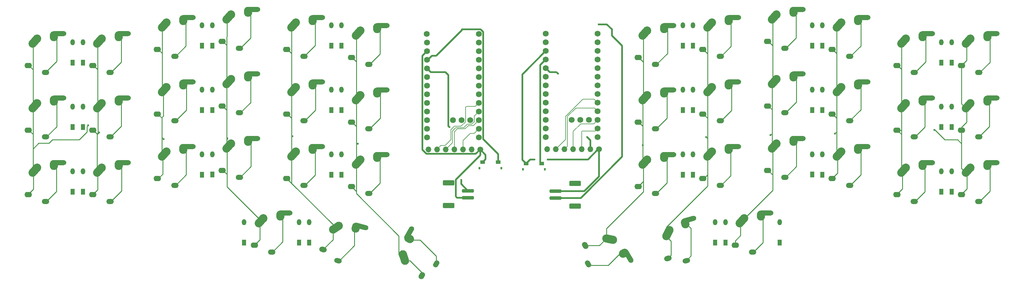
<source format=gbr>
%TF.GenerationSoftware,KiCad,Pcbnew,8.0.3*%
%TF.CreationDate,2024-08-02T01:30:14+01:00*%
%TF.ProjectId,corne-light-ice-trackball,636f726e-652d-46c6-9967-68742d696365,1.0*%
%TF.SameCoordinates,Original*%
%TF.FileFunction,Copper,L1,Top*%
%TF.FilePolarity,Positive*%
%FSLAX46Y46*%
G04 Gerber Fmt 4.6, Leading zero omitted, Abs format (unit mm)*
G04 Created by KiCad (PCBNEW 8.0.3) date 2024-08-02 01:30:14*
%MOMM*%
%LPD*%
G01*
G04 APERTURE LIST*
G04 Aperture macros list*
%AMRoundRect*
0 Rectangle with rounded corners*
0 $1 Rounding radius*
0 $2 $3 $4 $5 $6 $7 $8 $9 X,Y pos of 4 corners*
0 Add a 4 corners polygon primitive as box body*
4,1,4,$2,$3,$4,$5,$6,$7,$8,$9,$2,$3,0*
0 Add four circle primitives for the rounded corners*
1,1,$1+$1,$2,$3*
1,1,$1+$1,$4,$5*
1,1,$1+$1,$6,$7*
1,1,$1+$1,$8,$9*
0 Add four rect primitives between the rounded corners*
20,1,$1+$1,$2,$3,$4,$5,0*
20,1,$1+$1,$4,$5,$6,$7,0*
20,1,$1+$1,$6,$7,$8,$9,0*
20,1,$1+$1,$8,$9,$2,$3,0*%
%AMHorizOval*
0 Thick line with rounded ends*
0 $1 width*
0 $2 $3 position (X,Y) of the first rounded end (center of the circle)*
0 $4 $5 position (X,Y) of the second rounded end (center of the circle)*
0 Add line between two ends*
20,1,$1,$2,$3,$4,$5,0*
0 Add two circle primitives to create the rounded ends*
1,1,$1,$2,$3*
1,1,$1,$4,$5*%
G04 Aperture macros list end*
%TA.AperFunction,ComponentPad*%
%ADD10O,2.200000X1.600000*%
%TD*%
%TA.AperFunction,ComponentPad*%
%ADD11HorizOval,2.400000X-0.669131X-0.743145X0.669131X0.743145X0*%
%TD*%
%TA.AperFunction,ComponentPad*%
%ADD12C,2.400000*%
%TD*%
%TA.AperFunction,ComponentPad*%
%ADD13O,2.200000X1.500000*%
%TD*%
%TA.AperFunction,ComponentPad*%
%ADD14O,2.400000X2.950000*%
%TD*%
%TA.AperFunction,ComponentPad*%
%ADD15HorizOval,1.500000X1.449945X0.012653X-1.449945X-0.012653X0*%
%TD*%
%TA.AperFunction,ComponentPad*%
%ADD16HorizOval,1.600000X0.289778X0.077646X-0.289778X-0.077646X0*%
%TD*%
%TA.AperFunction,ComponentPad*%
%ADD17HorizOval,2.400000X-0.453990X-0.891007X0.453990X0.891007X0*%
%TD*%
%TA.AperFunction,ComponentPad*%
%ADD18HorizOval,1.500000X0.338074X0.090587X-0.338074X-0.090587X0*%
%TD*%
%TA.AperFunction,ComponentPad*%
%ADD19HorizOval,2.400000X-0.071175X0.265630X0.071175X-0.265630X0*%
%TD*%
%TA.AperFunction,ComponentPad*%
%ADD20HorizOval,1.500000X1.397264X0.387496X-1.397264X-0.387496X0*%
%TD*%
%TA.AperFunction,ComponentPad*%
%ADD21HorizOval,1.600000X0.150000X0.259808X-0.150000X-0.259808X0*%
%TD*%
%TA.AperFunction,ComponentPad*%
%ADD22HorizOval,2.400000X-0.309017X0.951057X0.309017X-0.951057X0*%
%TD*%
%TA.AperFunction,ComponentPad*%
%ADD23HorizOval,1.500000X0.175000X0.303109X-0.175000X-0.303109X0*%
%TD*%
%TA.AperFunction,ComponentPad*%
%ADD24HorizOval,2.400000X-0.238157X0.137500X0.238157X-0.137500X0*%
%TD*%
%TA.AperFunction,ComponentPad*%
%ADD25HorizOval,1.500000X0.714014X1.262016X-0.714014X-1.262016X0*%
%TD*%
%TA.AperFunction,ComponentPad*%
%ADD26HorizOval,1.600000X0.289778X-0.077646X-0.289778X0.077646X0*%
%TD*%
%TA.AperFunction,ComponentPad*%
%ADD27HorizOval,2.400000X-0.838671X-0.544639X0.838671X0.544639X0*%
%TD*%
%TA.AperFunction,ComponentPad*%
%ADD28HorizOval,1.500000X0.338074X-0.090587X-0.338074X0.090587X0*%
%TD*%
%TA.AperFunction,ComponentPad*%
%ADD29HorizOval,2.400000X-0.071175X-0.265630X0.071175X0.265630X0*%
%TD*%
%TA.AperFunction,ComponentPad*%
%ADD30HorizOval,1.500000X1.403814X-0.363051X-1.403814X0.363051X0*%
%TD*%
%TA.AperFunction,ComponentPad*%
%ADD31HorizOval,1.600000X0.150000X-0.259808X-0.150000X0.259808X0*%
%TD*%
%TA.AperFunction,ComponentPad*%
%ADD32HorizOval,2.400000X-0.978148X0.207912X0.978148X-0.207912X0*%
%TD*%
%TA.AperFunction,ComponentPad*%
%ADD33HorizOval,1.500000X0.175000X-0.303109X-0.175000X0.303109X0*%
%TD*%
%TA.AperFunction,ComponentPad*%
%ADD34HorizOval,2.400000X-0.238157X-0.137500X0.238157X0.137500X0*%
%TD*%
%TA.AperFunction,ComponentPad*%
%ADD35HorizOval,1.500000X0.735931X-1.249362X-0.735931X1.249362X0*%
%TD*%
%TA.AperFunction,ComponentPad*%
%ADD36C,1.700000*%
%TD*%
%TA.AperFunction,ComponentPad*%
%ADD37O,1.700000X1.700000*%
%TD*%
%TA.AperFunction,SMDPad,CuDef*%
%ADD38RoundRect,0.250000X-1.500000X0.250000X-1.500000X-0.250000X1.500000X-0.250000X1.500000X0.250000X0*%
%TD*%
%TA.AperFunction,SMDPad,CuDef*%
%ADD39RoundRect,0.250001X-1.449999X0.499999X-1.449999X-0.499999X1.449999X-0.499999X1.449999X0.499999X0*%
%TD*%
%TA.AperFunction,SMDPad,CuDef*%
%ADD40R,0.600000X0.800000*%
%TD*%
%TA.AperFunction,SMDPad,CuDef*%
%ADD41R,1.450000X1.050000*%
%TD*%
%TA.AperFunction,SMDPad,CuDef*%
%ADD42RoundRect,0.250000X1.500000X-0.250000X1.500000X0.250000X-1.500000X0.250000X-1.500000X-0.250000X0*%
%TD*%
%TA.AperFunction,SMDPad,CuDef*%
%ADD43RoundRect,0.250001X1.449999X-0.499999X1.449999X0.499999X-1.449999X0.499999X-1.449999X-0.499999X0*%
%TD*%
%TA.AperFunction,ComponentPad*%
%ADD44R,1.300000X1.778000*%
%TD*%
%TA.AperFunction,ComponentPad*%
%ADD45O,1.300000X1.778000*%
%TD*%
%TA.AperFunction,ComponentPad*%
%ADD46C,1.752600*%
%TD*%
%TA.AperFunction,ViaPad*%
%ADD47C,0.600000*%
%TD*%
%TA.AperFunction,Conductor*%
%ADD48C,0.250000*%
%TD*%
%TA.AperFunction,Conductor*%
%ADD49C,0.508000*%
%TD*%
%TA.AperFunction,Conductor*%
%ADD50C,0.203200*%
%TD*%
%TA.AperFunction,Conductor*%
%ADD51C,0.254000*%
%TD*%
%TA.AperFunction,Conductor*%
%ADD52C,0.500000*%
%TD*%
G04 APERTURE END LIST*
D10*
%TO.P,SW22,1*%
%TO.N,col0_r*%
X216523000Y41865068D03*
D11*
X218492131Y49058213D03*
D12*
X219123000Y49765068D03*
D13*
%TO.P,SW22,2*%
%TO.N,Net-(D22-Pad2)*%
X221623000Y39865068D03*
D14*
X224123000Y50565068D03*
D15*
X225523042Y51305469D03*
%TD*%
D10*
%TO.P,SW23,1*%
%TO.N,col1_r*%
X197523000Y41865068D03*
D11*
X199492131Y49058213D03*
D12*
X200123000Y49765068D03*
D13*
%TO.P,SW23,2*%
%TO.N,Net-(D23-Pad2)*%
X202623000Y39865068D03*
D14*
X205123000Y50565068D03*
D15*
X206523042Y51305469D03*
%TD*%
D10*
%TO.P,SW24,1*%
%TO.N,col2_r*%
X178523000Y46615068D03*
D11*
X180492131Y53808213D03*
D12*
X181123000Y54515068D03*
D13*
%TO.P,SW24,2*%
%TO.N,Net-(D24-Pad2)*%
X183623000Y44615068D03*
D14*
X186123000Y55315068D03*
D15*
X187523042Y56055469D03*
%TD*%
D10*
%TO.P,SW25,1*%
%TO.N,col3_r*%
X159523000Y48990068D03*
D11*
X161492131Y56183213D03*
D12*
X162123000Y56890068D03*
D13*
%TO.P,SW25,2*%
%TO.N,Net-(D25-Pad2)*%
X164623000Y46990068D03*
D14*
X167123000Y57690068D03*
D15*
X168523042Y58430469D03*
%TD*%
D10*
%TO.P,SW26,1*%
%TO.N,col4_r*%
X140523000Y46615068D03*
D11*
X142492131Y53808213D03*
D12*
X143123000Y54515068D03*
D13*
%TO.P,SW26,2*%
%TO.N,Net-(D26-Pad2)*%
X145623000Y44615068D03*
D14*
X148123000Y55315068D03*
D15*
X149523042Y56055469D03*
%TD*%
D10*
%TO.P,SW27,1*%
%TO.N,col5_r*%
X121523000Y44240068D03*
D11*
X123492131Y51433213D03*
D12*
X124123000Y52140068D03*
D13*
%TO.P,SW27,2*%
%TO.N,Net-(D27-Pad2)*%
X126623000Y42240068D03*
D14*
X129123000Y52940068D03*
D15*
X130523042Y53680469D03*
%TD*%
D10*
%TO.P,SW28,1*%
%TO.N,col0_r*%
X216523000Y22865068D03*
D11*
X218492131Y30058213D03*
D12*
X219123000Y30765068D03*
D13*
%TO.P,SW28,2*%
%TO.N,Net-(D28-Pad2)*%
X221623000Y20865068D03*
D14*
X224123000Y31565068D03*
D15*
X225523042Y32305469D03*
%TD*%
D10*
%TO.P,SW29,1*%
%TO.N,col1_r*%
X197523000Y22865068D03*
D11*
X199492131Y30058213D03*
D12*
X200123000Y30765068D03*
D13*
%TO.P,SW29,2*%
%TO.N,Net-(D29-Pad2)*%
X202623000Y20865068D03*
D14*
X205123000Y31565068D03*
D15*
X206523042Y32305469D03*
%TD*%
D10*
%TO.P,SW30,1*%
%TO.N,col2_r*%
X178523000Y27615068D03*
D11*
X180492131Y34808213D03*
D12*
X181123000Y35515068D03*
D13*
%TO.P,SW30,2*%
%TO.N,Net-(D30-Pad2)*%
X183623000Y25615068D03*
D14*
X186123000Y36315068D03*
D15*
X187523042Y37055469D03*
%TD*%
D10*
%TO.P,SW31,1*%
%TO.N,col3_r*%
X159523000Y29990068D03*
D11*
X161492131Y37183213D03*
D12*
X162123000Y37890068D03*
D13*
%TO.P,SW31,2*%
%TO.N,Net-(D31-Pad2)*%
X164623000Y27990068D03*
D14*
X167123000Y38690068D03*
D15*
X168523042Y39430469D03*
%TD*%
D10*
%TO.P,SW32,1*%
%TO.N,col4_r*%
X140523000Y27615068D03*
D11*
X142492131Y34808213D03*
D12*
X143123000Y35515068D03*
D13*
%TO.P,SW32,2*%
%TO.N,Net-(D32-Pad2)*%
X145623000Y25615068D03*
D14*
X148123000Y36315068D03*
D15*
X149523042Y37055469D03*
%TD*%
D10*
%TO.P,SW33,1*%
%TO.N,col5_r*%
X121523000Y25240068D03*
D11*
X123492131Y32433213D03*
D12*
X124123000Y33140068D03*
D13*
%TO.P,SW33,2*%
%TO.N,Net-(D33-Pad2)*%
X126623000Y23240068D03*
D14*
X129123000Y33940068D03*
D15*
X130523042Y34680469D03*
%TD*%
D10*
%TO.P,SW34,1*%
%TO.N,col0_r*%
X216523000Y3865068D03*
D11*
X218492131Y11058213D03*
D12*
X219123000Y11765068D03*
D13*
%TO.P,SW34,2*%
%TO.N,Net-(D34-Pad2)*%
X221623000Y1865068D03*
D14*
X224123000Y12565068D03*
D15*
X225523042Y13305469D03*
%TD*%
D10*
%TO.P,SW35,1*%
%TO.N,col1_r*%
X197523000Y3865068D03*
D11*
X199492131Y11058213D03*
D12*
X200123000Y11765068D03*
D13*
%TO.P,SW35,2*%
%TO.N,Net-(D35-Pad2)*%
X202623000Y1865068D03*
D14*
X205123000Y12565068D03*
D15*
X206523042Y13305469D03*
%TD*%
D10*
%TO.P,SW36,1*%
%TO.N,col2_r*%
X178523000Y8615068D03*
D11*
X180492131Y15808213D03*
D12*
X181123000Y16515068D03*
D13*
%TO.P,SW36,2*%
%TO.N,Net-(D36-Pad2)*%
X183623000Y6615068D03*
D14*
X186123000Y17315068D03*
D15*
X187523042Y18055469D03*
%TD*%
D10*
%TO.P,SW37,1*%
%TO.N,col3_r*%
X159523000Y10990068D03*
D11*
X161492131Y18183213D03*
D12*
X162123000Y18890068D03*
D13*
%TO.P,SW37,2*%
%TO.N,Net-(D37-Pad2)*%
X164623000Y8990068D03*
D14*
X167123000Y19690068D03*
D15*
X168523042Y20430469D03*
%TD*%
D10*
%TO.P,SW38,1*%
%TO.N,col4_r*%
X140523000Y8615068D03*
D11*
X142492131Y15808213D03*
D12*
X143123000Y16515068D03*
D13*
%TO.P,SW38,2*%
%TO.N,Net-(D38-Pad2)*%
X145623000Y6615068D03*
D14*
X148123000Y17315068D03*
D15*
X149523042Y18055469D03*
%TD*%
D10*
%TO.P,SW40,1*%
%TO.N,col3_r*%
X150023000Y-11009932D03*
D11*
X151992131Y-3816787D03*
D12*
X152623000Y-3109932D03*
D13*
%TO.P,SW40,2*%
%TO.N,Net-(D40-Pad2)*%
X155123000Y-13009932D03*
D14*
X157623000Y-2309932D03*
D15*
X159023042Y-1569531D03*
%TD*%
D16*
%TO.P,SW41,1*%
%TO.N,col4_r*%
X130206173Y-14947020D03*
D17*
X130246483Y-7489327D03*
D12*
X130672909Y-6643276D03*
D18*
%TO.P,SW41,2*%
%TO.N,Net-(D41-Pad2)*%
X135650032Y-15558894D03*
D19*
X135295483Y-4576440D03*
D20*
X136456190Y-3498909D03*
%TD*%
D10*
%TO.P,SW39,1*%
%TO.N,col5_r*%
X121523000Y6240068D03*
D11*
X123492131Y13433213D03*
D12*
X124123000Y14140068D03*
D13*
%TO.P,SW39,2*%
%TO.N,Net-(D39-Pad2)*%
X126623000Y4240068D03*
D14*
X129123000Y14940068D03*
D15*
X130523042Y15680469D03*
%TD*%
D10*
%TO.P,SW6,1*%
%TO.N,col5*%
X37248000Y44240500D03*
D11*
X39217131Y51433645D03*
D12*
X39848000Y52140500D03*
D13*
%TO.P,SW6,2*%
%TO.N,Net-(D6-Pad2)*%
X42348000Y42240500D03*
D14*
X44848000Y52940500D03*
D15*
X46248042Y53680901D03*
%TD*%
D10*
%TO.P,SW5,1*%
%TO.N,col4*%
X18248000Y46615500D03*
D11*
X20217131Y53808645D03*
D12*
X20848000Y54515500D03*
D13*
%TO.P,SW5,2*%
%TO.N,Net-(D5-Pad2)*%
X23348000Y44615500D03*
D14*
X25848000Y55315500D03*
D15*
X27248042Y56055901D03*
%TD*%
D10*
%TO.P,SW4,1*%
%TO.N,col3*%
X-752000Y48990500D03*
D11*
X1217131Y56183645D03*
D12*
X1848000Y56890500D03*
D13*
%TO.P,SW4,2*%
%TO.N,Net-(D4-Pad2)*%
X4348000Y46990500D03*
D14*
X6848000Y57690500D03*
D15*
X8248042Y58430901D03*
%TD*%
D10*
%TO.P,SW3,1*%
%TO.N,col2*%
X-19752000Y46615500D03*
D11*
X-17782869Y53808645D03*
D12*
X-17152000Y54515500D03*
D13*
%TO.P,SW3,2*%
%TO.N,Net-(D3-Pad2)*%
X-14652000Y44615500D03*
D14*
X-12152000Y55315500D03*
D15*
X-10751958Y56055901D03*
%TD*%
D10*
%TO.P,SW2,1*%
%TO.N,col1*%
X-38752000Y41865500D03*
D11*
X-36782869Y49058645D03*
D12*
X-36152000Y49765500D03*
D13*
%TO.P,SW2,2*%
%TO.N,Net-(D2-Pad2)*%
X-33652000Y39865500D03*
D14*
X-31152000Y50565500D03*
D15*
X-29751958Y51305901D03*
%TD*%
D10*
%TO.P,SW18,1*%
%TO.N,col5*%
X37248000Y6240500D03*
D11*
X39217131Y13433645D03*
D12*
X39848000Y14140500D03*
D13*
%TO.P,SW18,2*%
%TO.N,Net-(D18-Pad2)*%
X42348000Y4240500D03*
D14*
X44848000Y14940500D03*
D15*
X46248042Y15680901D03*
%TD*%
D21*
%TO.P,SW21,1*%
%TO.N,col5*%
X57925499Y-19976230D03*
D22*
X52680618Y-14674340D03*
D12*
X52383898Y-13774564D03*
D23*
%TO.P,SW21,2*%
%TO.N,Net-(D21-Pad2)*%
X62207550Y-16559500D03*
D24*
X54191078Y-9044436D03*
D25*
X54249893Y-7461764D03*
%TD*%
D10*
%TO.P,SW13,1*%
%TO.N,col0*%
X-57752000Y3865500D03*
D11*
X-55782869Y11058645D03*
D12*
X-55152000Y11765500D03*
D13*
%TO.P,SW13,2*%
%TO.N,Net-(D13-Pad2)*%
X-52652000Y1865500D03*
D14*
X-50152000Y12565500D03*
D15*
X-48751958Y13305901D03*
%TD*%
D26*
%TO.P,SW20,1*%
%TO.N,col4*%
X28912384Y-12306634D03*
D27*
X32676141Y-5868238D03*
D12*
X33468462Y-5348749D03*
D28*
%TO.P,SW20,2*%
%TO.N,Net-(D20-Pad2)*%
X33320968Y-15558462D03*
D29*
X38505146Y-5870104D03*
D30*
X40049113Y-5517289D03*
%TD*%
D10*
%TO.P,SW19,1*%
%TO.N,col3*%
X8748000Y-11009500D03*
D11*
X10717131Y-3816355D03*
D12*
X11348000Y-3109500D03*
D13*
%TO.P,SW19,2*%
%TO.N,Net-(D19-Pad2)*%
X13848000Y-13009500D03*
D14*
X16348000Y-2309500D03*
D15*
X17748042Y-1569099D03*
%TD*%
D10*
%TO.P,SW17,1*%
%TO.N,col4*%
X18248000Y8615500D03*
D11*
X20217131Y15808645D03*
D12*
X20848000Y16515500D03*
D13*
%TO.P,SW17,2*%
%TO.N,Net-(D17-Pad2)*%
X23348000Y6615500D03*
D14*
X25848000Y17315500D03*
D15*
X27248042Y18055901D03*
%TD*%
D10*
%TO.P,SW16,1*%
%TO.N,col3*%
X-752000Y10990500D03*
D11*
X1217131Y18183645D03*
D12*
X1848000Y18890500D03*
D13*
%TO.P,SW16,2*%
%TO.N,Net-(D16-Pad2)*%
X4348000Y8990500D03*
D14*
X6848000Y19690500D03*
D15*
X8248042Y20430901D03*
%TD*%
D10*
%TO.P,SW15,1*%
%TO.N,col2*%
X-19752000Y8615500D03*
D11*
X-17782869Y15808645D03*
D12*
X-17152000Y16515500D03*
D13*
%TO.P,SW15,2*%
%TO.N,Net-(D15-Pad2)*%
X-14652000Y6615500D03*
D14*
X-12152000Y17315500D03*
D15*
X-10751958Y18055901D03*
%TD*%
D10*
%TO.P,SW14,1*%
%TO.N,col1*%
X-38752000Y3865500D03*
D11*
X-36782869Y11058645D03*
D12*
X-36152000Y11765500D03*
D13*
%TO.P,SW14,2*%
%TO.N,Net-(D14-Pad2)*%
X-33652000Y1865500D03*
D14*
X-31152000Y12565500D03*
D15*
X-29751958Y13305901D03*
%TD*%
D10*
%TO.P,SW12,1*%
%TO.N,col5*%
X37248000Y25240500D03*
D11*
X39217131Y32433645D03*
D12*
X39848000Y33140500D03*
D13*
%TO.P,SW12,2*%
%TO.N,Net-(D12-Pad2)*%
X42348000Y23240500D03*
D14*
X44848000Y33940500D03*
D15*
X46248042Y34680901D03*
%TD*%
D10*
%TO.P,SW11,1*%
%TO.N,col4*%
X18248000Y27615500D03*
D11*
X20217131Y34808645D03*
D12*
X20848000Y35515500D03*
D13*
%TO.P,SW11,2*%
%TO.N,Net-(D11-Pad2)*%
X23348000Y25615500D03*
D14*
X25848000Y36315500D03*
D15*
X27248042Y37055901D03*
%TD*%
D10*
%TO.P,SW10,1*%
%TO.N,col3*%
X-752000Y29990500D03*
D11*
X1217131Y37183645D03*
D12*
X1848000Y37890500D03*
D13*
%TO.P,SW10,2*%
%TO.N,Net-(D10-Pad2)*%
X4348000Y27990500D03*
D14*
X6848000Y38690500D03*
D15*
X8248042Y39430901D03*
%TD*%
D10*
%TO.P,SW9,1*%
%TO.N,col2*%
X-19752000Y27615500D03*
D11*
X-17782869Y34808645D03*
D12*
X-17152000Y35515500D03*
D13*
%TO.P,SW9,2*%
%TO.N,Net-(D9-Pad2)*%
X-14652000Y25615500D03*
D14*
X-12152000Y36315500D03*
D15*
X-10751958Y37055901D03*
%TD*%
D10*
%TO.P,SW8,1*%
%TO.N,col1*%
X-38752000Y22865500D03*
D11*
X-36782869Y30058645D03*
D12*
X-36152000Y30765500D03*
D13*
%TO.P,SW8,2*%
%TO.N,Net-(D8-Pad2)*%
X-33652000Y20865500D03*
D14*
X-31152000Y31565500D03*
D15*
X-29751958Y32305901D03*
%TD*%
D10*
%TO.P,SW7,1*%
%TO.N,col0*%
X-57752000Y22865500D03*
D11*
X-55782869Y30058645D03*
D12*
X-55152000Y30765500D03*
D13*
%TO.P,SW7,2*%
%TO.N,Net-(D7-Pad2)*%
X-52652000Y20865500D03*
D14*
X-50152000Y31565500D03*
D15*
X-48751958Y32305901D03*
%TD*%
D10*
%TO.P,SW1,1*%
%TO.N,col0*%
X-57752000Y41865500D03*
D11*
X-55782869Y49058645D03*
D12*
X-55152000Y49765500D03*
D13*
%TO.P,SW1,2*%
%TO.N,Net-(D1-Pad2)*%
X-52652000Y39865500D03*
D14*
X-50152000Y50565500D03*
D15*
X-48751958Y51305901D03*
%TD*%
D31*
%TO.P,SW42,1*%
%TO.N,col5_r*%
X105945501Y-11143202D03*
D32*
X113159513Y-9251947D03*
D12*
X114087102Y-9444868D03*
D33*
%TO.P,SW42,2*%
%TO.N,Net-(D42-Pad2)*%
X106763450Y-16559932D03*
D34*
X117279922Y-13374996D03*
D35*
X118621149Y-14217267D03*
%TD*%
D36*
%TO.P,J7,1*%
%TO.N,GNDA*%
X110033000Y17240500D03*
D37*
%TO.P,J7,2*%
%TO.N,+3V3*%
X107493000Y17240500D03*
%TO.P,J7,3*%
%TO.N,NCS*%
X104953000Y17240500D03*
%TO.P,J7,4*%
%TO.N,MISO*%
X102413000Y17240500D03*
%TO.P,J7,5*%
%TO.N,MOSI*%
X99873000Y17240500D03*
%TO.P,J7,6*%
%TO.N,SCLK*%
X97333000Y17240500D03*
%TO.P,J7,7*%
%TO.N,N/C*%
X94793000Y17240500D03*
%TD*%
D36*
%TO.P,J7,1*%
%TO.N,GND*%
X75083000Y17180500D03*
D37*
%TO.P,J7,2*%
%TO.N,+3V3_l*%
X72543000Y17180500D03*
%TO.P,J7,3*%
%TO.N,NCS_l*%
X70003000Y17180500D03*
%TO.P,J7,4*%
%TO.N,MISO_l*%
X67463000Y17180500D03*
%TO.P,J7,5*%
%TO.N,MOSI_l*%
X64923000Y17180500D03*
%TO.P,J7,6*%
%TO.N,SCLK_l*%
X62383000Y17180500D03*
%TO.P,J7,7*%
%TO.N,N/C*%
X59843000Y17180500D03*
%TD*%
D38*
%TO.P,J3,1,Pin_1*%
%TO.N,VCC_l*%
X71523000Y4990500D03*
%TO.P,J3,2,Pin_2*%
%TO.N,GND*%
X71523000Y2990500D03*
D39*
%TO.P,J3,MP*%
%TO.N,N/C*%
X65773000Y7340500D03*
X65773000Y640500D03*
%TD*%
D40*
%TO.P,RST,*%
%TO.N,*%
X87648000Y11315500D03*
X94048000Y11315500D03*
D41*
%TO.P,RST,1,1*%
%TO.N,reset_r*%
X93123000Y13040500D03*
%TO.P,RST,2,2*%
%TO.N,GNDA*%
X88573000Y13040500D03*
%TD*%
D42*
%TO.P,J3,1,Pin_1*%
%TO.N,VCC_r*%
X97233000Y2870500D03*
%TO.P,J3,2,Pin_2*%
%TO.N,GNDA*%
X97233000Y4870500D03*
D43*
%TO.P,J3,MP*%
%TO.N,N/C*%
X102983000Y520500D03*
X102983000Y7220500D03*
%TD*%
D40*
%TO.P,RST,*%
%TO.N,*%
X74873000Y11690500D03*
X81273000Y11690500D03*
D41*
%TO.P,RST,1,1*%
%TO.N,reset_l*%
X80348000Y13415500D03*
%TO.P,RST,2,2*%
%TO.N,GND*%
X75798000Y13415500D03*
%TD*%
D44*
%TO.P,D34,1*%
%TO.N,row2_r*%
X213623000Y4765068D03*
D45*
%TO.P,D34,2*%
%TO.N,Net-(D34-Pad2)*%
X213623000Y10765068D03*
%TD*%
D44*
%TO.P,D36,1*%
%TO.N,row2_r*%
X175623000Y9765068D03*
D45*
%TO.P,D36,2*%
%TO.N,Net-(D36-Pad2)*%
X175623000Y15765068D03*
%TD*%
D44*
%TO.P,D37,1*%
%TO.N,row2_r*%
X172623000Y9770068D03*
D45*
%TO.P,D37,2*%
%TO.N,Net-(D37-Pad2)*%
X172623000Y15770068D03*
%TD*%
D44*
%TO.P,D38,1*%
%TO.N,row2_r*%
X137623000Y9765068D03*
D45*
%TO.P,D38,2*%
%TO.N,Net-(D38-Pad2)*%
X137623000Y15765068D03*
%TD*%
D44*
%TO.P,D39,1*%
%TO.N,row2_r*%
X134623000Y9765068D03*
D45*
%TO.P,D39,2*%
%TO.N,Net-(D39-Pad2)*%
X134623000Y15765068D03*
%TD*%
D44*
%TO.P,D40,1*%
%TO.N,row3_r*%
X163123000Y-10244932D03*
D45*
%TO.P,D40,2*%
%TO.N,Net-(D40-Pad2)*%
X163123000Y-4244932D03*
%TD*%
D44*
%TO.P,D41,1*%
%TO.N,row3_r*%
X147133000Y-10229932D03*
D45*
%TO.P,D41,2*%
%TO.N,Net-(D41-Pad2)*%
X147133000Y-4229932D03*
%TD*%
D44*
%TO.P,D42,1*%
%TO.N,row3_r*%
X144133000Y-10229932D03*
D45*
%TO.P,D42,2*%
%TO.N,Net-(D42-Pad2)*%
X144133000Y-4229932D03*
%TD*%
D44*
%TO.P,D22,1*%
%TO.N,row0_r*%
X213623000Y42765068D03*
D45*
%TO.P,D22,2*%
%TO.N,Net-(D22-Pad2)*%
X213623000Y48765068D03*
%TD*%
D44*
%TO.P,D23,1*%
%TO.N,row0_r*%
X210623000Y42765068D03*
D45*
%TO.P,D23,2*%
%TO.N,Net-(D23-Pad2)*%
X210623000Y48765068D03*
%TD*%
D44*
%TO.P,D24,1*%
%TO.N,row0_r*%
X175623000Y47765068D03*
D45*
%TO.P,D24,2*%
%TO.N,Net-(D24-Pad2)*%
X175623000Y53765068D03*
%TD*%
D44*
%TO.P,D25,1*%
%TO.N,row0_r*%
X172623000Y47770068D03*
D45*
%TO.P,D25,2*%
%TO.N,Net-(D25-Pad2)*%
X172623000Y53770068D03*
%TD*%
D44*
%TO.P,D26,1*%
%TO.N,row0_r*%
X137623000Y47765068D03*
D45*
%TO.P,D26,2*%
%TO.N,Net-(D26-Pad2)*%
X137623000Y53765068D03*
%TD*%
D44*
%TO.P,D27,1*%
%TO.N,row0_r*%
X134623000Y47765068D03*
D45*
%TO.P,D27,2*%
%TO.N,Net-(D27-Pad2)*%
X134623000Y53765068D03*
%TD*%
D44*
%TO.P,D28,1*%
%TO.N,row1_r*%
X213623000Y23765068D03*
D45*
%TO.P,D28,2*%
%TO.N,Net-(D28-Pad2)*%
X213623000Y29765068D03*
%TD*%
D44*
%TO.P,D29,1*%
%TO.N,row1_r*%
X210623000Y23765068D03*
D45*
%TO.P,D29,2*%
%TO.N,Net-(D29-Pad2)*%
X210623000Y29765068D03*
%TD*%
D44*
%TO.P,D30,1*%
%TO.N,row1_r*%
X175623000Y28765068D03*
D45*
%TO.P,D30,2*%
%TO.N,Net-(D30-Pad2)*%
X175623000Y34765068D03*
%TD*%
D44*
%TO.P,D31,1*%
%TO.N,row1_r*%
X172623000Y28770068D03*
D45*
%TO.P,D31,2*%
%TO.N,Net-(D31-Pad2)*%
X172623000Y34770068D03*
%TD*%
D44*
%TO.P,D32,1*%
%TO.N,row1_r*%
X137623000Y28765068D03*
D45*
%TO.P,D32,2*%
%TO.N,Net-(D32-Pad2)*%
X137623000Y34765068D03*
%TD*%
D44*
%TO.P,D14,1*%
%TO.N,row2*%
X-41652000Y4765500D03*
D45*
%TO.P,D14,2*%
%TO.N,Net-(D14-Pad2)*%
X-41652000Y10765500D03*
%TD*%
D44*
%TO.P,D8,1*%
%TO.N,row1*%
X-41652000Y23765500D03*
D45*
%TO.P,D8,2*%
%TO.N,Net-(D8-Pad2)*%
X-41652000Y29765500D03*
%TD*%
D44*
%TO.P,D2,1*%
%TO.N,row0*%
X-41652000Y42765500D03*
D45*
%TO.P,D2,2*%
%TO.N,Net-(D2-Pad2)*%
X-41652000Y48765500D03*
%TD*%
D44*
%TO.P,D33,1*%
%TO.N,row1_r*%
X134623000Y28765068D03*
D45*
%TO.P,D33,2*%
%TO.N,Net-(D33-Pad2)*%
X134623000Y34765068D03*
%TD*%
D44*
%TO.P,D21,1*%
%TO.N,row3*%
X24848000Y-10219500D03*
D45*
%TO.P,D21,2*%
%TO.N,Net-(D21-Pad2)*%
X24848000Y-4219500D03*
%TD*%
D44*
%TO.P,D20,1*%
%TO.N,row3*%
X21848000Y-10219500D03*
D45*
%TO.P,D20,2*%
%TO.N,Net-(D20-Pad2)*%
X21848000Y-4219500D03*
%TD*%
D44*
%TO.P,D19,1*%
%TO.N,row3*%
X5668000Y-10224500D03*
D45*
%TO.P,D19,2*%
%TO.N,Net-(D19-Pad2)*%
X5668000Y-4224500D03*
%TD*%
D44*
%TO.P,D18,1*%
%TO.N,row2*%
X34348000Y9765500D03*
D45*
%TO.P,D18,2*%
%TO.N,Net-(D18-Pad2)*%
X34348000Y15765500D03*
%TD*%
D44*
%TO.P,D17,1*%
%TO.N,row2*%
X31348000Y9765500D03*
D45*
%TO.P,D17,2*%
%TO.N,Net-(D17-Pad2)*%
X31348000Y15765500D03*
%TD*%
D44*
%TO.P,D16,1*%
%TO.N,row2*%
X-3652000Y9770500D03*
D45*
%TO.P,D16,2*%
%TO.N,Net-(D16-Pad2)*%
X-3652000Y15770500D03*
%TD*%
D44*
%TO.P,D15,1*%
%TO.N,row2*%
X-6652000Y9765500D03*
D45*
%TO.P,D15,2*%
%TO.N,Net-(D15-Pad2)*%
X-6652000Y15765500D03*
%TD*%
D44*
%TO.P,D13,1*%
%TO.N,row2*%
X-44652000Y4768625D03*
D45*
%TO.P,D13,2*%
%TO.N,Net-(D13-Pad2)*%
X-44652000Y10768625D03*
%TD*%
D44*
%TO.P,D12,1*%
%TO.N,row1*%
X34348000Y28765500D03*
D45*
%TO.P,D12,2*%
%TO.N,Net-(D12-Pad2)*%
X34348000Y34765500D03*
%TD*%
D44*
%TO.P,D11,1*%
%TO.N,row1*%
X31348000Y28765500D03*
D45*
%TO.P,D11,2*%
%TO.N,Net-(D11-Pad2)*%
X31348000Y34765500D03*
%TD*%
D44*
%TO.P,D10,1*%
%TO.N,row1*%
X-3652000Y28770500D03*
D45*
%TO.P,D10,2*%
%TO.N,Net-(D10-Pad2)*%
X-3652000Y34770500D03*
%TD*%
D44*
%TO.P,D9,1*%
%TO.N,row1*%
X-6652000Y28765500D03*
D45*
%TO.P,D9,2*%
%TO.N,Net-(D9-Pad2)*%
X-6652000Y34765500D03*
%TD*%
D44*
%TO.P,D7,1*%
%TO.N,row1*%
X-44652000Y23768625D03*
D45*
%TO.P,D7,2*%
%TO.N,Net-(D7-Pad2)*%
X-44652000Y29768625D03*
%TD*%
D44*
%TO.P,D6,1*%
%TO.N,row0*%
X34348000Y47765500D03*
D45*
%TO.P,D6,2*%
%TO.N,Net-(D6-Pad2)*%
X34348000Y53765500D03*
%TD*%
D44*
%TO.P,D5,1*%
%TO.N,row0*%
X31348000Y47765500D03*
D45*
%TO.P,D5,2*%
%TO.N,Net-(D5-Pad2)*%
X31348000Y53765500D03*
%TD*%
D44*
%TO.P,D4,1*%
%TO.N,row0*%
X-3652000Y47770500D03*
D45*
%TO.P,D4,2*%
%TO.N,Net-(D4-Pad2)*%
X-3652000Y53770500D03*
%TD*%
D44*
%TO.P,D3,1*%
%TO.N,row0*%
X-6652000Y47765500D03*
D45*
%TO.P,D3,2*%
%TO.N,Net-(D3-Pad2)*%
X-6652000Y53765500D03*
%TD*%
D44*
%TO.P,D1,1*%
%TO.N,row0*%
X-44652000Y42768625D03*
D45*
%TO.P,D1,2*%
%TO.N,Net-(D1-Pad2)*%
X-44652000Y48768625D03*
%TD*%
D44*
%TO.P,D35,1*%
%TO.N,row2_r*%
X210623000Y4765068D03*
D45*
%TO.P,D35,2*%
%TO.N,Net-(D35-Pad2)*%
X210623000Y10765068D03*
%TD*%
D46*
%TO.P,U1,1*%
%TO.N,N/C*%
X109623000Y51280500D03*
%TO.N,row0_r*%
X109623000Y48740500D03*
%TO.P,U1,2*%
%TO.N,row1_r*%
X109623000Y46200500D03*
%TO.P,U1,3*%
%TO.N,N/C*%
X109623000Y43660500D03*
%TO.P,U1,4*%
X109623000Y41120500D03*
%TO.P,U1,5*%
%TO.N,col0_r*%
X109623000Y38580500D03*
%TO.P,U1,6*%
%TO.N,col1_r*%
X109623000Y36040500D03*
%TO.P,U1,7*%
%TO.N,col2_r*%
X109623000Y33500500D03*
%TO.P,U1,8*%
%TO.N,SCLK*%
X109623000Y30960500D03*
%TO.P,U1,9*%
%TO.N,MOSI*%
X109623000Y28420500D03*
%TO.P,U1,10*%
%TO.N,MISO*%
X109623000Y25880500D03*
%TO.P,U1,11*%
%TO.N,NCS*%
X109623000Y23340500D03*
%TO.P,U1,12*%
%TO.N,N/C*%
X109623000Y20800500D03*
%TO.P,U1,13*%
X94383000Y20800500D03*
%TO.P,U1,14*%
%TO.N,row3_r*%
X94383000Y23340500D03*
%TO.P,U1,15*%
%TO.N,row2_r*%
X94383000Y25880500D03*
%TO.P,U1,16*%
%TO.N,col5_r*%
X94383000Y28420500D03*
%TO.P,U1,17*%
%TO.N,col4_r*%
X94383000Y30960500D03*
%TO.P,U1,18*%
%TO.N,col3_r*%
X94383000Y33500500D03*
%TO.P,U1,19*%
%TO.N,N/C*%
X94383000Y36040500D03*
%TO.P,U1,20*%
X94383000Y38580500D03*
%TO.P,U1,21*%
%TO.N,+3V3*%
X94383000Y41120500D03*
%TO.P,U1,22*%
%TO.N,reset_r*%
X94383000Y43660500D03*
%TO.P,U1,23*%
%TO.N,GNDA*%
X94383000Y46200500D03*
%TO.P,U1,24*%
%TO.N,N/C*%
X94383000Y48740500D03*
%TO.P,U1,25*%
%TO.N,RAW_r*%
X94356715Y51280500D03*
%TO.P,U1,31*%
%TO.N,N/C*%
X107083000Y25880500D03*
%TO.P,U1,32*%
X104543000Y25880500D03*
%TO.P,U1,33*%
X102003000Y25880500D03*
%TD*%
%TO.P,U1,1*%
%TO.N,N/C*%
X74673000Y51220500D03*
%TO.N,row0*%
X74673000Y48680500D03*
%TO.P,U1,2*%
%TO.N,row1*%
X74673000Y46140500D03*
%TO.P,U1,3*%
%TO.N,N/C*%
X74673000Y43600500D03*
%TO.P,U1,4*%
X74673000Y41060500D03*
%TO.P,U1,5*%
%TO.N,col0*%
X74673000Y38520500D03*
%TO.P,U1,6*%
%TO.N,col1*%
X74673000Y35980500D03*
%TO.P,U1,7*%
%TO.N,col2*%
X74673000Y33440500D03*
%TO.P,U1,8*%
%TO.N,SCLK_l*%
X74673000Y30900500D03*
%TO.P,U1,9*%
%TO.N,MOSI_l*%
X74673000Y28360500D03*
%TO.P,U1,10*%
%TO.N,MISO_l*%
X74673000Y25820500D03*
%TO.P,U1,11*%
%TO.N,NCS_l*%
X74673000Y23280500D03*
%TO.P,U1,12*%
%TO.N,N/C*%
X74673000Y20740500D03*
%TO.P,U1,13*%
X59433000Y20740500D03*
%TO.P,U1,14*%
%TO.N,row3*%
X59433000Y23280500D03*
%TO.P,U1,15*%
%TO.N,row2*%
X59433000Y25820500D03*
%TO.P,U1,16*%
%TO.N,col5*%
X59433000Y28360500D03*
%TO.P,U1,17*%
%TO.N,col4*%
X59433000Y30900500D03*
%TO.P,U1,18*%
%TO.N,col3*%
X59433000Y33440500D03*
%TO.P,U1,19*%
%TO.N,N/C*%
X59433000Y35980500D03*
%TO.P,U1,20*%
X59433000Y38520500D03*
%TO.P,U1,21*%
%TO.N,+3V3_l*%
X59433000Y41060500D03*
%TO.P,U1,22*%
%TO.N,reset_l*%
X59433000Y43600500D03*
%TO.P,U1,23*%
%TO.N,GND*%
X59433000Y46140500D03*
%TO.P,U1,24*%
%TO.N,N/C*%
X59433000Y48680500D03*
%TO.P,U1,25*%
%TO.N,RAW_l*%
X59406715Y51220500D03*
%TO.P,U1,31*%
%TO.N,N/C*%
X72133000Y25820500D03*
%TO.P,U1,32*%
X69593000Y25820500D03*
%TO.P,U1,33*%
X67053000Y25820500D03*
%TD*%
D47*
%TO.N,col0*%
X-40142000Y24275500D03*
%TO.N,col1*%
X-36855000Y22191500D03*
%TO.N,col2*%
X-17955000Y20224490D03*
%TO.N,col3*%
X798000Y20495500D03*
%TO.N,col4*%
X19958000Y21065500D03*
%TO.N,col5*%
X39145000Y18850438D03*
%TO.N,col0_r*%
X208583000Y22968058D03*
%TO.N,col2_r*%
X179320870Y21838058D03*
%TO.N,col3_r*%
X160383000Y21384047D03*
%TO.N,col4_r*%
X141461950Y20851086D03*
%TO.N,col5_r*%
X122883000Y18445080D03*
%TO.N,GNDA*%
X91023000Y14240500D03*
X94923000Y14240500D03*
%TO.N,VCC_r*%
X109923000Y54040500D03*
%TO.N,+3V3*%
X97973000Y39490500D03*
X106573000Y20840500D03*
%TO.N,+3V3_l*%
X66023000Y23740500D03*
%TO.N,VCC_l*%
X69523000Y8190500D03*
%TD*%
D48*
%TO.N,Net-(D1-Pad2)*%
X-49345000Y43201500D02*
X-52652000Y39894500D01*
X-49345000Y50078500D02*
X-49345000Y43201500D01*
%TO.N,Net-(D2-Pad2)*%
X-30345000Y42922500D02*
X-33402000Y39865500D01*
X-30345000Y50078500D02*
X-30345000Y42922500D01*
%TO.N,Net-(D3-Pad2)*%
X-11375000Y47642500D02*
X-14402000Y44615500D01*
X-11375000Y54858500D02*
X-11375000Y47642500D01*
%TO.N,Net-(D4-Pad2)*%
X7615000Y57243500D02*
X7615000Y50007500D01*
X7615000Y50007500D02*
X4598000Y46990500D01*
%TO.N,Net-(D5-Pad2)*%
X26645000Y54838500D02*
X26645000Y47851500D01*
X26645000Y47851500D02*
X23409000Y44615500D01*
%TO.N,Net-(D6-Pad2)*%
X45645000Y52463500D02*
X45645000Y45287500D01*
X45645000Y45287500D02*
X42598000Y42240500D01*
%TO.N,Net-(D7-Pad2)*%
X-49375000Y31108500D02*
X-49375000Y23892500D01*
X-49375000Y23892500D02*
X-52402000Y20865500D01*
%TO.N,Net-(D8-Pad2)*%
X-30395000Y31128500D02*
X-30395000Y24011500D01*
X-30395000Y24011500D02*
X-33541000Y20865500D01*
%TO.N,Net-(D9-Pad2)*%
X-11235000Y28782500D02*
X-14402000Y25615500D01*
X-11235000Y35718500D02*
X-11235000Y28782500D01*
%TO.N,Net-(D10-Pad2)*%
X7605000Y38253500D02*
X7605000Y30997500D01*
X7605000Y30997500D02*
X4598000Y27990500D01*
%TO.N,Net-(D11-Pad2)*%
X26725000Y28742500D02*
X23598000Y25615500D01*
X26725000Y35758500D02*
X26725000Y28742500D01*
%TO.N,Net-(D12-Pad2)*%
X45765000Y26407500D02*
X42598000Y23240500D01*
X45765000Y33343500D02*
X45765000Y26407500D01*
%TO.N,Net-(D13-Pad2)*%
X-49415000Y4852500D02*
X-52402000Y1865500D01*
X-49415000Y12148500D02*
X-49415000Y4852500D01*
%TO.N,Net-(D14-Pad2)*%
X-30305000Y4962500D02*
X-33402000Y1865500D01*
X-30305000Y12038500D02*
X-30305000Y4962500D01*
%TO.N,Net-(D15-Pad2)*%
X-11305000Y16788500D02*
X-11305000Y9712500D01*
X-11305000Y9712500D02*
X-14402000Y6615500D01*
%TO.N,Net-(D16-Pad2)*%
X7745000Y19113500D02*
X7745000Y12137500D01*
X7745000Y12137500D02*
X4598000Y8990500D01*
%TO.N,Net-(D17-Pad2)*%
X26645000Y9662500D02*
X23598000Y6615500D01*
X26645000Y16838500D02*
X26645000Y9662500D01*
%TO.N,Net-(D18-Pad2)*%
X45655000Y14453500D02*
X45655000Y7297500D01*
X45655000Y7297500D02*
X42598000Y4240500D01*
%TO.N,Net-(D19-Pad2)*%
X17075000Y-10032500D02*
X14098000Y-13009500D01*
X17075000Y-2716500D02*
X17075000Y-10032500D01*
%TO.N,Net-(D20-Pad2)*%
X38165000Y-6061249D02*
X38165000Y-11138500D01*
X38165000Y-11138500D02*
X33745038Y-15558462D01*
%TO.N,Net-(D21-Pad2)*%
X57445000Y-9478500D02*
X62207550Y-14241050D01*
X62207550Y-14241050D02*
X62207550Y-16559500D01*
X54577296Y-9478500D02*
X57445000Y-9478500D01*
D49*
%TO.N,GND*%
X58102700Y17076665D02*
X58102700Y44810200D01*
X59302865Y15876500D02*
X58102700Y17076665D01*
X68273000Y2990500D02*
X67927000Y3336500D01*
X76673000Y15590500D02*
X76673000Y14290500D01*
X71473000Y2940500D02*
X71523000Y2990500D01*
X75083000Y17180500D02*
X73779000Y15876500D01*
X71523000Y2990500D02*
X68273000Y2990500D01*
X67927000Y8294500D02*
X75083000Y15450500D01*
X73779000Y15876500D02*
X59302865Y15876500D01*
X67927000Y3336500D02*
X67927000Y8294500D01*
X76673000Y14290500D02*
X75798000Y13415500D01*
X58102700Y44810200D02*
X59433000Y46140500D01*
X75083000Y15450500D02*
X75083000Y17180500D01*
X75083000Y17180500D02*
X76673000Y15590500D01*
D50*
%TO.N,NCS_l*%
X73333000Y21940500D02*
X74673000Y23280500D01*
X72173000Y21940500D02*
X73333000Y21940500D01*
X70003000Y19770500D02*
X72173000Y21940500D01*
X70003000Y17180500D02*
X70003000Y19770500D01*
D51*
%TO.N,col0*%
X-56305000Y19211500D02*
X-56305000Y22841500D01*
X-56315000Y40671500D02*
X-56315000Y29452500D01*
D48*
X-50642000Y20025500D02*
X-51642000Y19025500D01*
X-40441999Y23975501D02*
X-40441999Y22350501D01*
X-57509000Y41865500D02*
X-56315000Y40671500D01*
D51*
X-56315000Y48158500D02*
X-56315000Y40671500D01*
D48*
X-54642000Y19025500D02*
X-56305000Y17362500D01*
X-57509000Y22865500D02*
X-56305000Y21661500D01*
X-56165000Y5511500D02*
X-56165000Y10008500D01*
D51*
X-56305000Y21661500D02*
X-56305000Y10462500D01*
D48*
X-40441999Y22350501D02*
X-42767000Y20025500D01*
X-51642000Y19025500D02*
X-54642000Y19025500D01*
X-40142000Y24275500D02*
X-40441999Y23975501D01*
X-57752000Y3924500D02*
X-56165000Y5511500D01*
D51*
X-56305000Y29148500D02*
X-56305000Y21661500D01*
D48*
X-42767000Y20025500D02*
X-50642000Y20025500D01*
%TO.N,col1*%
X-38559000Y22865500D02*
X-37455000Y21761500D01*
D51*
X-37315000Y40721500D02*
X-37315000Y29452500D01*
X-37225000Y29068500D02*
X-37225000Y21991500D01*
D48*
X-38752000Y3865500D02*
X-37295000Y5322500D01*
D51*
X-37154999Y21891501D02*
X-36855000Y22191500D01*
X-37315000Y48158500D02*
X-37315000Y40721500D01*
X-37455000Y21591500D02*
X-37154999Y21891501D01*
X-37455000Y21761500D02*
X-37455000Y18591500D01*
D48*
X-37295000Y5322500D02*
X-37295000Y10138500D01*
D51*
X-37455000Y10312500D02*
X-37455000Y18591500D01*
X-37225000Y21991500D02*
X-37455000Y21761500D01*
X-37455000Y18591500D02*
X-37455000Y21591500D01*
D48*
X-38459000Y41865500D02*
X-37315000Y40721500D01*
%TO.N,col2*%
X-18455000Y26481500D02*
X-18455000Y26421500D01*
D51*
X-18315000Y52908500D02*
X-18315000Y45451500D01*
D48*
X-19479000Y46615500D02*
X-18315000Y45451500D01*
D51*
X-18455000Y26421500D02*
X-18455000Y22391500D01*
X-18455000Y22391500D02*
X-18455000Y15062500D01*
X-17985000Y27051500D02*
X-18455000Y26581500D01*
X-18455000Y20724490D02*
X-17955000Y20224490D01*
D48*
X-18205000Y9912500D02*
X-18205000Y14798500D01*
D51*
X-18315000Y45451500D02*
X-18315000Y34202500D01*
X-18455000Y26581500D02*
X-18455000Y26421500D01*
D48*
X-19589000Y27615500D02*
X-18455000Y26481500D01*
X-19502000Y8615500D02*
X-18205000Y9912500D01*
D51*
X-17985000Y33578500D02*
X-17985000Y27051500D01*
X-18455000Y22391500D02*
X-18455000Y20724490D01*
D48*
%TO.N,col3*%
X-444000Y10990500D02*
X685000Y9861500D01*
D51*
X685000Y55283500D02*
X685000Y50427500D01*
D48*
X-574000Y29990500D02*
X645000Y28771500D01*
D51*
X645000Y36323500D02*
X645000Y28771500D01*
D48*
X10335000Y-9422500D02*
X10335000Y-4866500D01*
D51*
X645000Y28771500D02*
X645000Y17537500D01*
X685000Y17283500D02*
X685000Y9861500D01*
X685000Y6196500D02*
X10038000Y-3156500D01*
D48*
X-514000Y48990500D02*
X645000Y47831500D01*
D51*
X798000Y20495500D02*
X773610Y20099880D01*
X685000Y50427500D02*
X645000Y50387500D01*
X685000Y9861500D02*
X685000Y6196500D01*
X773610Y20099880D02*
X745001Y20128489D01*
D48*
X8748000Y-11009500D02*
X10335000Y-9422500D01*
D51*
X645000Y50387500D02*
X645000Y47831500D01*
X645000Y47831500D02*
X645000Y36537500D01*
%TO.N,col4*%
X19882000Y21065500D02*
X19958000Y21065500D01*
X19685000Y45451500D02*
X19685000Y34202500D01*
X19685000Y7178500D02*
X31825223Y-4961723D01*
X19685000Y52908500D02*
X19685000Y45451500D01*
D48*
X31825223Y-9393795D02*
X28912384Y-12306634D01*
D51*
X19685000Y14908500D02*
X19685000Y7191500D01*
X19695000Y26411500D02*
X19695000Y15212500D01*
D48*
X31825223Y-6419948D02*
X31825223Y-9393795D01*
D51*
X19685000Y7191500D02*
X19685000Y7178500D01*
D48*
X18248000Y8598500D02*
X19655000Y7191500D01*
X19655000Y7191500D02*
X19685000Y7191500D01*
D51*
X19695000Y20878500D02*
X19882000Y21065500D01*
X19695000Y33898500D02*
X19695000Y26411500D01*
X31825223Y-4961723D02*
X31825223Y-6419948D01*
X19695000Y19911500D02*
X19695000Y20878500D01*
D48*
X18521000Y46615500D02*
X19685000Y45451500D01*
X18491000Y27615500D02*
X19695000Y26411500D01*
%TO.N,col5*%
X54505000Y-15608500D02*
X57925499Y-19028999D01*
X38625000Y24061500D02*
X38685000Y24061500D01*
X51145000Y-13018500D02*
X51145000Y-8278500D01*
D51*
X38685000Y50533500D02*
X38685000Y43021500D01*
X38720736Y18850438D02*
X39145000Y18850438D01*
X38685000Y31533500D02*
X38685000Y24061500D01*
D48*
X51145000Y-8278500D02*
X38685000Y4181500D01*
D51*
X38685000Y43021500D02*
X38685000Y31827500D01*
D48*
X57925499Y-19028999D02*
X57925499Y-19976230D01*
X38685000Y4803500D02*
X37248000Y6240500D01*
D51*
X51145000Y-13790762D02*
X52993295Y-15639057D01*
X38685000Y12533500D02*
X38685000Y4803500D01*
D48*
X37466000Y44240500D02*
X38685000Y43021500D01*
X53023852Y-15608500D02*
X54505000Y-15608500D01*
D51*
X51145000Y-13018500D02*
X51145000Y-13790762D01*
D48*
X38685000Y4181500D02*
X38685000Y4803500D01*
X37446000Y25240500D02*
X38625000Y24061500D01*
D51*
X38685000Y24061500D02*
X38685000Y12827500D01*
D48*
%TO.N,Net-(D22-Pad2)*%
X224873000Y50135068D02*
X224873000Y42865068D01*
X224873000Y42865068D02*
X221873000Y39865068D01*
%TO.N,Net-(D23-Pad2)*%
X206013000Y49995068D02*
X206013000Y43005068D01*
X206013000Y43005068D02*
X202873000Y39865068D01*
%TO.N,Net-(D24-Pad2)*%
X186953000Y54805068D02*
X186953000Y47695068D01*
X186953000Y47695068D02*
X183873000Y44615068D01*
%TO.N,Net-(D25-Pad2)*%
X167933000Y50050068D02*
X164873000Y46990068D01*
X167933000Y57200068D02*
X167933000Y50050068D01*
%TO.N,Net-(D26-Pad2)*%
X148813000Y47555068D02*
X145873000Y44615068D01*
X148813000Y54945068D02*
X148813000Y47555068D01*
%TO.N,Net-(D27-Pad2)*%
X130123000Y52260068D02*
X130123000Y45490068D01*
X130123000Y45490068D02*
X126873000Y42240068D01*
X129163000Y53220068D02*
X130123000Y52260068D01*
%TO.N,Net-(D28-Pad2)*%
X224763000Y23975068D02*
X221653000Y20865068D01*
X224763000Y31245068D02*
X224763000Y23975068D01*
%TO.N,Net-(D29-Pad2)*%
X205803000Y23795068D02*
X202873000Y20865068D01*
X205803000Y31205068D02*
X205803000Y23795068D01*
%TO.N,Net-(D30-Pad2)*%
X186953000Y28865068D02*
X183703000Y25615068D01*
X186953000Y35805068D02*
X186953000Y28865068D01*
%TO.N,Net-(D31-Pad2)*%
X167993000Y31110068D02*
X164873000Y27990068D01*
X167993000Y38140068D02*
X167993000Y31110068D01*
%TO.N,Net-(D32-Pad2)*%
X148923000Y35835068D02*
X148923000Y28665068D01*
X148923000Y28665068D02*
X145873000Y25615068D01*
%TO.N,Net-(D33-Pad2)*%
X130013000Y26380068D02*
X126873000Y23240068D01*
X130013000Y33370068D02*
X130013000Y26380068D01*
%TO.N,Net-(D34-Pad2)*%
X224873000Y12135068D02*
X224873000Y4865068D01*
X224873000Y4865068D02*
X221873000Y1865068D01*
%TO.N,Net-(D35-Pad2)*%
X205753000Y12255068D02*
X205753000Y4745068D01*
X205753000Y4745068D02*
X202873000Y1865068D01*
%TO.N,Net-(D36-Pad2)*%
X186953000Y9695068D02*
X183873000Y6615068D01*
X186953000Y16805068D02*
X186953000Y9695068D01*
%TO.N,Net-(D37-Pad2)*%
X167993000Y19140068D02*
X167993000Y12155068D01*
X167993000Y12155068D02*
X164828000Y8990068D01*
%TO.N,Net-(D38-Pad2)*%
X148703000Y9445068D02*
X145873000Y6615068D01*
X148703000Y17055068D02*
X148703000Y9445068D01*
%TO.N,Net-(D39-Pad2)*%
X129963000Y14420068D02*
X129963000Y7330068D01*
X129963000Y7330068D02*
X126873000Y4240068D01*
%TO.N,Net-(D40-Pad2)*%
X158153000Y-2519932D02*
X158153000Y-10229932D01*
X158153000Y-10229932D02*
X155373000Y-13009932D01*
%TO.N,Net-(D41-Pad2)*%
X135650032Y-15558894D02*
X137023000Y-14185926D01*
X137023000Y-6056977D02*
X137023000Y-14185926D01*
X135261651Y-4295628D02*
X137023000Y-6056977D01*
%TO.N,Net-(D42-Pad2)*%
X112713000Y-16924932D02*
X107128450Y-16924932D01*
X116368295Y-13269637D02*
X112713000Y-16924932D01*
D51*
%TO.N,col0_r*%
X216523000Y41865068D02*
X216523000Y30595068D01*
X218060500Y48057568D02*
X218060500Y43402568D01*
D48*
X218113000Y5535068D02*
X218113000Y10005068D01*
D51*
X216523000Y30595068D02*
X217813000Y29305068D01*
D48*
X211635653Y20025500D02*
X215385653Y20025500D01*
D51*
X216523000Y22865068D02*
X216523000Y11595068D01*
X218060500Y29057568D02*
X218060500Y25222568D01*
X216523000Y11595068D02*
X217813000Y10305068D01*
X218060500Y25222568D02*
X216523000Y23685068D01*
X218060500Y43402568D02*
X216523000Y41865068D01*
X216523000Y23685068D02*
X216523000Y22865068D01*
D48*
X208693095Y22968058D02*
X211635653Y20025500D01*
X216523000Y3945068D02*
X218113000Y5535068D01*
X215385653Y20025500D02*
X216523000Y18888153D01*
X208583000Y22968058D02*
X208693095Y22968058D01*
%TO.N,col1_r*%
X199123000Y5585068D02*
X197523000Y3985068D01*
X199123000Y9995068D02*
X199123000Y5585068D01*
D51*
X198883000Y29235068D02*
X198883000Y22945068D01*
X198883000Y48235068D02*
X198883000Y40725068D01*
X198883000Y40725068D02*
X198883000Y29375068D01*
X198683000Y22745068D02*
X198883000Y22945068D01*
D48*
X197773000Y41865068D02*
X198883000Y40755068D01*
X198883000Y40755068D02*
X198883000Y40725068D01*
X197663000Y22865068D02*
X198883000Y21645068D01*
D51*
X198883000Y21645068D02*
X198883000Y10375068D01*
X198883000Y22945068D02*
X198883000Y21645068D01*
%TO.N,col2_r*%
X179883000Y33985068D02*
X179883000Y26425068D01*
X179620869Y22138057D02*
X179320870Y21838058D01*
D48*
X180133000Y10235068D02*
X180133000Y14735068D01*
D51*
X179627880Y22145068D02*
X179620869Y22138057D01*
D48*
X178693000Y46615068D02*
X179883000Y45425068D01*
D51*
X179883000Y22145068D02*
X179627880Y22145068D01*
X179883000Y45425068D02*
X179883000Y34125068D01*
X179823000Y53065068D02*
X179883000Y53005068D01*
D48*
X178523000Y8625068D02*
X180133000Y10235068D01*
D51*
X179883000Y53005068D02*
X179883000Y45425068D01*
X179883000Y26425068D02*
X179883000Y15125068D01*
D48*
X178693000Y27615068D02*
X179883000Y26425068D01*
D51*
%TO.N,col3_r*%
X160883000Y28935068D02*
X160883000Y17500068D01*
D48*
X150023000Y-9759932D02*
X150023000Y-11009932D01*
X161028000Y47735068D02*
X161033000Y47735068D01*
X160830500Y9932568D02*
X161060500Y9932568D01*
D51*
X160682999Y21684046D02*
X160383000Y21384047D01*
D48*
X159773000Y48990068D02*
X161028000Y47735068D01*
D51*
X160883000Y36360068D02*
X160883000Y28935068D01*
X161033000Y55210068D02*
X161033000Y47735068D01*
X161060500Y5177568D02*
X151313000Y-4569932D01*
X161060500Y17182568D02*
X161060500Y9932568D01*
X161060500Y9932568D02*
X161060500Y5177568D01*
D48*
X159828000Y29990068D02*
X160883000Y28935068D01*
X151603000Y-4859932D02*
X151603000Y-8179932D01*
X151603000Y-8179932D02*
X150023000Y-9759932D01*
D51*
X160883000Y21745068D02*
X160744021Y21745068D01*
X161033000Y47735068D02*
X161033000Y36650068D01*
X160744021Y21745068D02*
X160682999Y21684046D01*
D48*
X159773000Y10990068D02*
X160830500Y9932568D01*
D51*
%TO.N,col4_r*%
X141761949Y20551087D02*
X141461950Y20851086D01*
D48*
X131129350Y-14023843D02*
X130206173Y-14947020D01*
D51*
X141883000Y33985068D02*
X141883000Y26425068D01*
D48*
X140693000Y27615068D02*
X141883000Y26425068D01*
D51*
X129785422Y-5697510D02*
X129785422Y-8392581D01*
D48*
X140643000Y46615068D02*
X141883000Y45375068D01*
D51*
X141883000Y45375068D02*
X141883000Y34125068D01*
X141933000Y9745068D02*
X141933000Y6450068D01*
D48*
X140803000Y8615068D02*
X141933000Y9745068D01*
D51*
X141933000Y6450068D02*
X129785422Y-5697510D01*
D48*
X131129350Y-9821282D02*
X131129350Y-14023843D01*
D51*
X141933000Y14935068D02*
X141933000Y9745068D01*
D48*
X129785422Y-8477354D02*
X131129350Y-9821282D01*
D51*
X141883000Y26425068D02*
X141883000Y15125068D01*
X141789019Y20551087D02*
X141761949Y20551087D01*
X141883000Y52985068D02*
X141883000Y45375068D01*
D48*
%TO.N,col5_r*%
X110064878Y-11143202D02*
X105945501Y-11143202D01*
D51*
X112167705Y-6096477D02*
X112167705Y-9040375D01*
X122910001Y30329067D02*
X122910001Y24032069D01*
X122883000Y43065068D02*
X123063000Y42885068D01*
X123033000Y7795068D02*
X123033000Y4768818D01*
D48*
X112167705Y-9040375D02*
X110064878Y-11143202D01*
D51*
X122813000Y30426068D02*
X122910001Y30329067D01*
X122813000Y31680068D02*
X122813000Y30426068D01*
X122910001Y24032069D02*
X122910001Y18472069D01*
D48*
X121708000Y44240068D02*
X122883000Y43065068D01*
D51*
X123063000Y50430068D02*
X123063000Y42885068D01*
X122883000Y18445068D02*
X122883000Y18445080D01*
X122910001Y18472069D02*
X122883000Y18445068D01*
D48*
X121523000Y6240068D02*
X123033000Y7750068D01*
D51*
X123033000Y4768818D02*
X112167705Y-6096477D01*
X123033000Y12460068D02*
X123033000Y7795068D01*
X123063000Y42885068D02*
X123063000Y31930068D01*
D48*
X123033000Y7750068D02*
X123033000Y7795068D01*
X121702002Y25240068D02*
X122910001Y24032069D01*
D51*
X122883000Y18445068D02*
X122883000Y12750068D01*
D52*
%TO.N,GNDA*%
X105657394Y4870500D02*
X110033000Y9246106D01*
X91023000Y14240500D02*
X89773000Y14240500D01*
X110033000Y9246106D02*
X110033000Y17240500D01*
X87473000Y39290500D02*
X87473000Y14140500D01*
X87473000Y14140500D02*
X88573000Y13040500D01*
X94383000Y46200500D02*
X87473000Y39290500D01*
X109773000Y17240500D02*
X106773000Y14240500D01*
X106773000Y14240500D02*
X94923000Y14240500D01*
X89773000Y14240500D02*
X88573000Y13040500D01*
X97233000Y4870500D02*
X105657394Y4870500D01*
D49*
%TO.N,VCC_r*%
X104653000Y2870500D02*
X97233000Y2870500D01*
X113773000Y50740500D02*
X116803000Y47710500D01*
X112273000Y54040500D02*
X113773000Y52540500D01*
X113773000Y52540500D02*
X113773000Y50740500D01*
X116803000Y47710500D02*
X116803000Y15020500D01*
X109923000Y54040500D02*
X112273000Y54040500D01*
X116803000Y15020500D02*
X104653000Y2870500D01*
D50*
%TO.N,SCLK*%
X97333000Y17240500D02*
X100223000Y20130500D01*
X105273000Y31990500D02*
X108593000Y31990500D01*
X100223000Y20130500D02*
X100223000Y26940500D01*
X100223000Y26940500D02*
X105273000Y31990500D01*
X108593000Y31990500D02*
X109623000Y30960500D01*
%TO.N,MOSI*%
X103193210Y29340500D02*
X100723000Y26870290D01*
X108703000Y29340500D02*
X103193210Y29340500D01*
X109623000Y28420500D02*
X108703000Y29340500D01*
X100723000Y18090500D02*
X99873000Y17240500D01*
X100723000Y26870290D02*
X100723000Y18090500D01*
%TO.N,MISO*%
X108445100Y24702600D02*
X109623000Y25880500D01*
X104635100Y24702600D02*
X108445100Y24702600D01*
X102413000Y22480500D02*
X104635100Y24702600D01*
X102413000Y17240500D02*
X102413000Y22480500D01*
%TO.N,NCS*%
X108873000Y22590500D02*
X109623000Y23340500D01*
X104953000Y22470500D02*
X105073000Y22590500D01*
X105073000Y22590500D02*
X108873000Y22590500D01*
X104953000Y17240500D02*
X104953000Y22470500D01*
D49*
%TO.N,+3V3*%
X95513000Y39990500D02*
X94383000Y41120500D01*
X97473000Y39990500D02*
X95513000Y39990500D01*
X107493000Y19920500D02*
X106573000Y20840500D01*
X107493000Y17240500D02*
X107493000Y19920500D01*
X97973000Y39490500D02*
X97473000Y39990500D01*
D52*
%TO.N,reset_r*%
X92773000Y13390500D02*
X92773000Y42050500D01*
X93123000Y13040500D02*
X92773000Y13390500D01*
X92773000Y42050500D02*
X94383000Y43660500D01*
D49*
%TO.N,reset_l*%
X75224029Y52550800D02*
X69677000Y52550800D01*
X80348000Y13415500D02*
X80348000Y15844771D01*
X60873000Y44740500D02*
X59733000Y43600500D01*
X62132160Y44740500D02*
X60873000Y44740500D01*
X76003300Y20189471D02*
X76003300Y51771529D01*
X59733000Y43600500D02*
X59433000Y43600500D01*
X80348000Y15844771D02*
X76003300Y20189471D01*
X76003300Y51771529D02*
X75224029Y52550800D01*
X69677000Y52285340D02*
X62132160Y44740500D01*
X69677000Y52550800D02*
X69677000Y52285340D01*
%TO.N,+3V3_l*%
X65722700Y39090800D02*
X65722700Y24040800D01*
X65722700Y24040800D02*
X66023000Y23740500D01*
X59433000Y41060500D02*
X60553000Y39940500D01*
X64873000Y39940500D02*
X65722700Y39090800D01*
X60553000Y39940500D02*
X64873000Y39940500D01*
%TO.N,VCC_l*%
X69523000Y6990500D02*
X71523000Y4990500D01*
X69523000Y8190500D02*
X69523000Y6990500D01*
D50*
%TO.N,MISO_l*%
X73091900Y24239400D02*
X74673000Y25820500D01*
X68366600Y23234100D02*
X70616600Y23234100D01*
X70616600Y23234100D02*
X71621900Y24239400D01*
X71621900Y24239400D02*
X73091900Y24239400D01*
X67463000Y22330500D02*
X68366600Y23234100D01*
X67463000Y17180500D02*
X67463000Y22330500D01*
%TO.N,SCLK_l*%
X64764600Y18332100D02*
X66473000Y20040500D01*
X70770900Y25332597D02*
X70770900Y29638400D01*
X73663000Y29890500D02*
X74673000Y30900500D01*
X66473000Y20040500D02*
X66473000Y22990500D01*
X63534600Y18332100D02*
X64764600Y18332100D01*
X62383000Y17180500D02*
X63534600Y18332100D01*
X69478803Y24040500D02*
X70770900Y25332597D01*
X70770900Y29638400D02*
X71023000Y29890500D01*
X67523000Y24040500D02*
X69478803Y24040500D01*
X66473000Y22990500D02*
X67523000Y24040500D01*
X71023000Y29890500D02*
X73663000Y29890500D01*
%TO.N,MOSI_l*%
X72620903Y24642600D02*
X73310900Y25332597D01*
X66876200Y19133700D02*
X66876200Y22593700D01*
X70319800Y23637300D02*
X71325100Y24642600D01*
X66876200Y22593700D02*
X67919800Y23637300D01*
X67919800Y23637300D02*
X70319800Y23637300D01*
X73310900Y25332597D02*
X73310900Y26998400D01*
X73310900Y26998400D02*
X74673000Y28360500D01*
X71325100Y24642600D02*
X72620903Y24642600D01*
X64923000Y17180500D02*
X66876200Y19133700D01*
%TD*%
M02*

</source>
